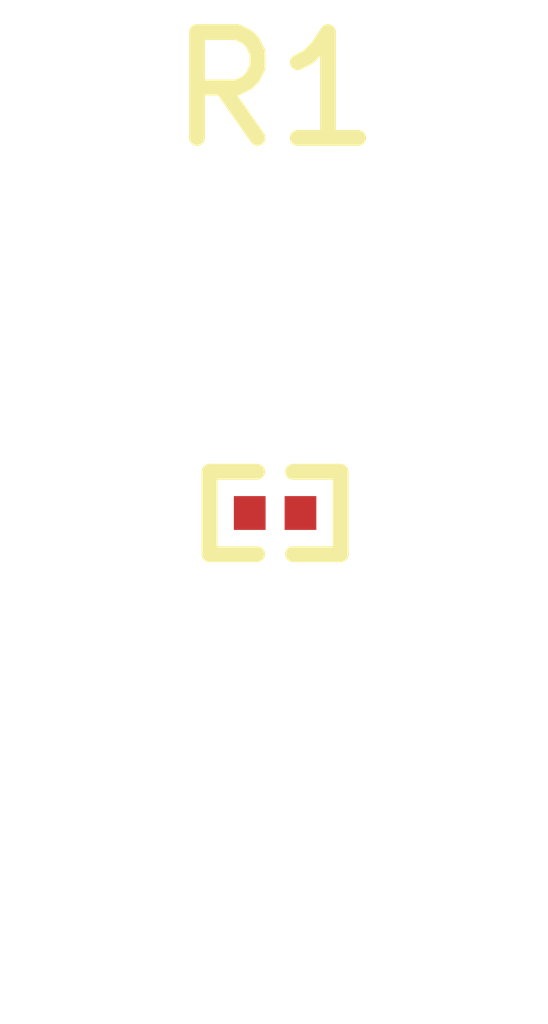
<source format=kicad_pcb>
(kicad_pcb (version 20241229) (generator "atopile") (generator_version "0.12.4")
  (layers (0 "F.Cu" signal) (31 "B.Cu" signal) (34 "B.Paste" user) (35 "F.Paste" user) (36 "B.SilkS" user "B.Silkscreen") (37 "F.SilkS" user "F.Silkscreen") (38 "B.Mask" user) (39 "F.Mask" user) (44 "Edge.Cuts" user))
  (net 1 "hv")
  (net 2 "lv")
  (footprint "UNI_ROYAL_0201WMF1001TEE:R0201" (layer "F.Cu") (at 0 -10 0)
    (property "Reference" "R1" (at 0 -4) (layer "F.SilkS"))
    (property "Value" "1000Ω")
    (fp_line (start 0.17 0.39) (end 0.62 0.39) (stroke (width 0.15)) (layer "F.SilkS") (layers "F.SilkS"))
    (fp_line (start 0.62 0.39) (end 0.62 -0.39) (stroke (width 0.15)) (layer "F.SilkS") (layers "F.SilkS"))
    (fp_line (start 0.62 -0.39) (end 0.17 -0.39) (stroke (width 0.15)) (layer "F.SilkS") (layers "F.SilkS"))
    (fp_line (start -0.17 0.39) (end -0.62 0.39) (stroke (width 0.15)) (layer "F.SilkS") (layers "F.SilkS"))
    (fp_line (start -0.62 0.39) (end -0.62 -0.39) (stroke (width 0.15)) (layer "F.SilkS") (layers "F.SilkS"))
    (fp_line (start -0.62 -0.39) (end -0.17 -0.39) (stroke (width 0.15)) (layer "F.SilkS") (layers "F.SilkS"))
    (pad "2" smd rect (at 0.24 0 0) (size 0.3 0.32) (layers "F.Cu" "F.Paste" "F.Mask") (net 2 "lv"))
    (pad "1" smd rect (at -0.24 0 0) (size 0.3 0.32) (layers "F.Cu" "F.Paste" "F.Mask") (net 1 "hv"))
  )
)
</source>
